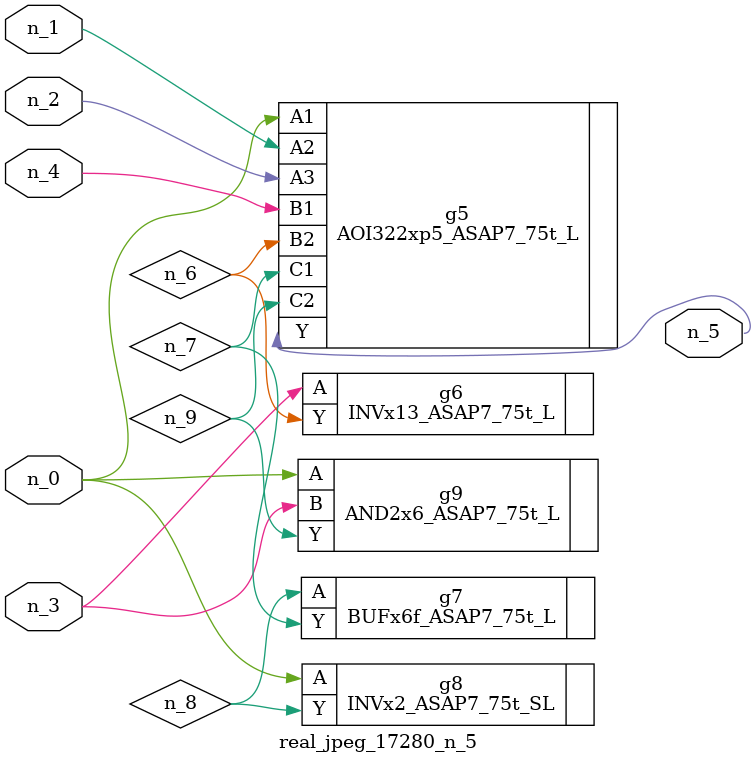
<source format=v>
module real_jpeg_17280_n_5 (n_4, n_0, n_1, n_2, n_3, n_5);

input n_4;
input n_0;
input n_1;
input n_2;
input n_3;

output n_5;

wire n_8;
wire n_6;
wire n_7;
wire n_9;

AOI322xp5_ASAP7_75t_L g5 ( 
.A1(n_0),
.A2(n_1),
.A3(n_2),
.B1(n_4),
.B2(n_6),
.C1(n_7),
.C2(n_9),
.Y(n_5)
);

INVx2_ASAP7_75t_SL g8 ( 
.A(n_0),
.Y(n_8)
);

AND2x6_ASAP7_75t_L g9 ( 
.A(n_0),
.B(n_3),
.Y(n_9)
);

INVx13_ASAP7_75t_L g6 ( 
.A(n_3),
.Y(n_6)
);

BUFx6f_ASAP7_75t_L g7 ( 
.A(n_8),
.Y(n_7)
);


endmodule
</source>
